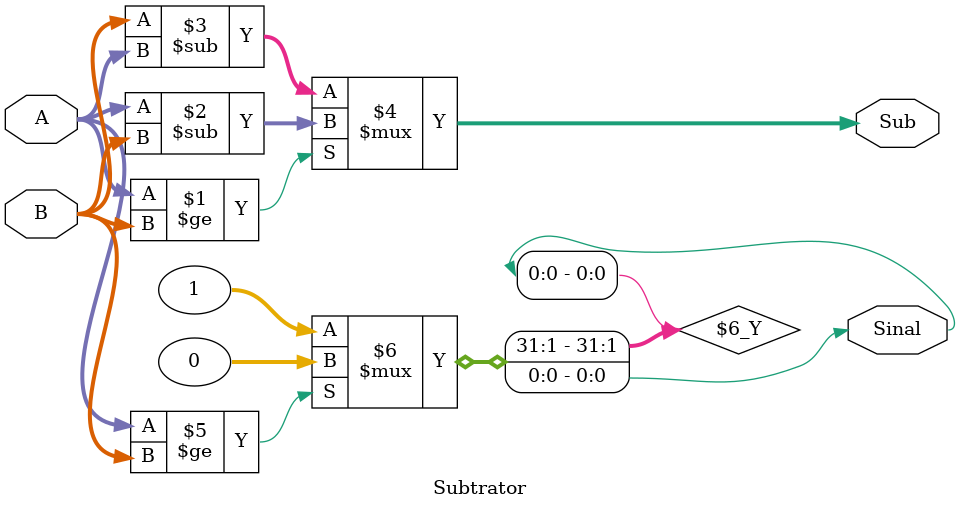
<source format=v>
module Subtrator(
input [3:0] A,
input [3:0] B,
output [7:0] Sub,
output Sinal 
);

assign Sub = (A >= B)? A - B: B - A;
assign Sinal = (A >= B)? 0: 1;

endmodule
</source>
